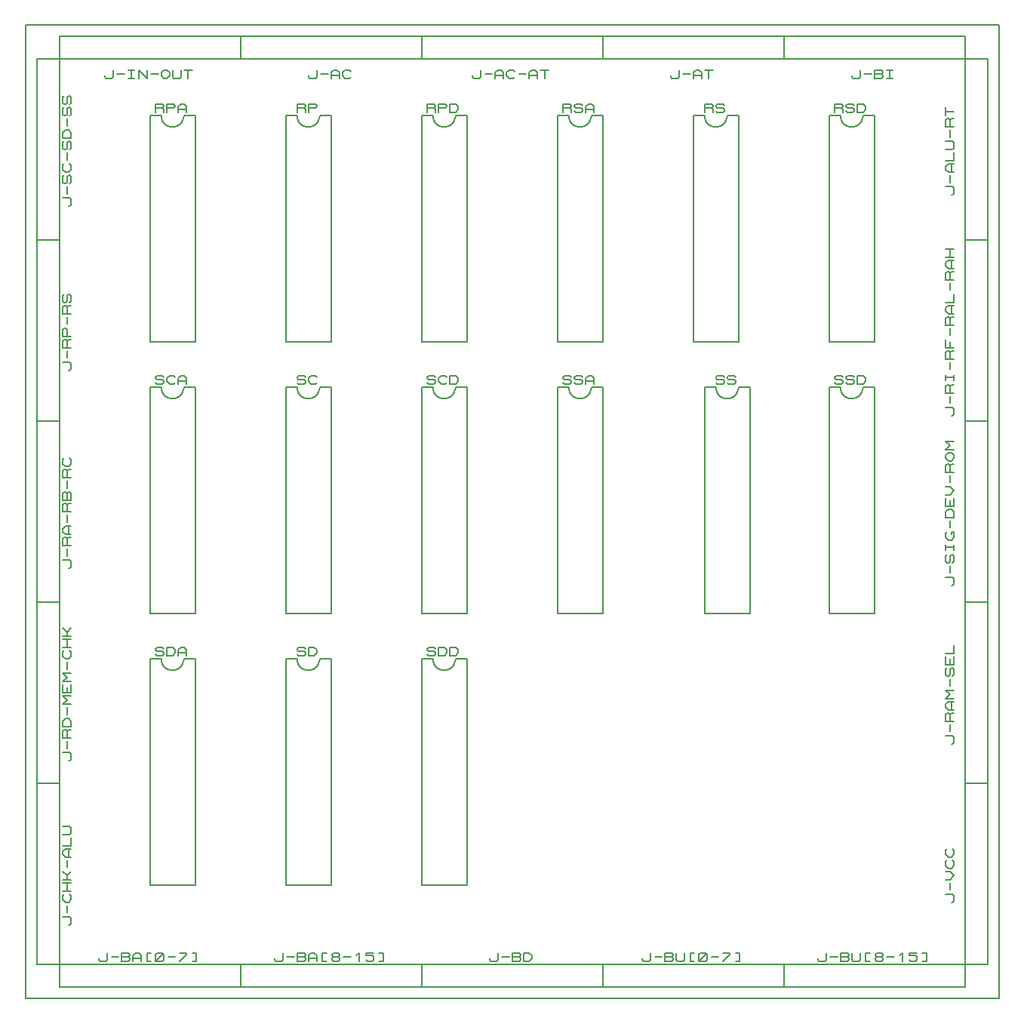
<source format=gbr>
G04 PROTEUS GERBER X2 FILE*
%TF.GenerationSoftware,Labcenter,Proteus,8.13-SP0-Build31525*%
%TF.CreationDate,2022-07-18T16:48:07+00:00*%
%TF.FileFunction,Legend,Top*%
%TF.FilePolarity,Positive*%
%TF.Part,Single*%
%TF.SameCoordinates,{41493df7-e33e-458f-ac9c-d164e56dbbe3}*%
%FSLAX45Y45*%
%MOMM*%
G01*
%TA.AperFunction,Profile*%
%ADD15C,0.203200*%
%TA.AperFunction,Material*%
%ADD16C,0.203200*%
%TD.AperFunction*%
D15*
X-5461000Y-5715000D02*
X+5461000Y-5715000D01*
X+5461000Y+5207000D01*
X-5461000Y+5207000D01*
X-5461000Y-5715000D01*
D16*
X-3048000Y+4826000D02*
X-1016000Y+4826000D01*
X-1016000Y+5080000D01*
X-3048000Y+5080000D01*
X-3048000Y+4826000D01*
X-2286000Y+4643120D02*
X-2286000Y+4627880D01*
X-2270125Y+4612640D01*
X-2206625Y+4612640D01*
X-2190750Y+4627880D01*
X-2190750Y+4704080D01*
X-2143125Y+4658360D02*
X-2063750Y+4658360D01*
X-2032000Y+4612640D02*
X-2032000Y+4673600D01*
X-2000250Y+4704080D01*
X-1968500Y+4704080D01*
X-1936750Y+4673600D01*
X-1936750Y+4612640D01*
X-2032000Y+4643120D02*
X-1936750Y+4643120D01*
X-1809750Y+4627880D02*
X-1825625Y+4612640D01*
X-1873250Y+4612640D01*
X-1905000Y+4643120D01*
X-1905000Y+4673600D01*
X-1873250Y+4704080D01*
X-1825625Y+4704080D01*
X-1809750Y+4688840D01*
X-1016000Y+4826000D02*
X+1016000Y+4826000D01*
X+1016000Y+5080000D01*
X-1016000Y+5080000D01*
X-1016000Y+4826000D01*
X-444500Y+4643120D02*
X-444500Y+4627880D01*
X-428625Y+4612640D01*
X-365125Y+4612640D01*
X-349250Y+4627880D01*
X-349250Y+4704080D01*
X-301625Y+4658360D02*
X-222250Y+4658360D01*
X-190500Y+4612640D02*
X-190500Y+4673600D01*
X-158750Y+4704080D01*
X-127000Y+4704080D01*
X-95250Y+4673600D01*
X-95250Y+4612640D01*
X-190500Y+4643120D02*
X-95250Y+4643120D01*
X+31750Y+4627880D02*
X+15875Y+4612640D01*
X-31750Y+4612640D01*
X-63500Y+4643120D01*
X-63500Y+4673600D01*
X-31750Y+4704080D01*
X+15875Y+4704080D01*
X+31750Y+4688840D01*
X+79375Y+4658360D02*
X+158750Y+4658360D01*
X+190500Y+4612640D02*
X+190500Y+4673600D01*
X+222250Y+4704080D01*
X+254000Y+4704080D01*
X+285750Y+4673600D01*
X+285750Y+4612640D01*
X+190500Y+4643120D02*
X+285750Y+4643120D01*
X+317500Y+4704080D02*
X+412750Y+4704080D01*
X+365125Y+4704080D02*
X+365125Y+4612640D01*
X+1016000Y+4826000D02*
X+3048000Y+4826000D01*
X+3048000Y+5080000D01*
X+1016000Y+5080000D01*
X+1016000Y+4826000D01*
X+1778000Y+4643120D02*
X+1778000Y+4627880D01*
X+1793875Y+4612640D01*
X+1857375Y+4612640D01*
X+1873250Y+4627880D01*
X+1873250Y+4704080D01*
X+1920875Y+4658360D02*
X+2000250Y+4658360D01*
X+2032000Y+4612640D02*
X+2032000Y+4673600D01*
X+2063750Y+4704080D01*
X+2095500Y+4704080D01*
X+2127250Y+4673600D01*
X+2127250Y+4612640D01*
X+2032000Y+4643120D02*
X+2127250Y+4643120D01*
X+2159000Y+4704080D02*
X+2254250Y+4704080D01*
X+2206625Y+4704080D02*
X+2206625Y+4612640D01*
X+3048000Y+4826000D02*
X+5080000Y+4826000D01*
X+5080000Y+5080000D01*
X+3048000Y+5080000D01*
X+3048000Y+4826000D01*
X+3810000Y+4643120D02*
X+3810000Y+4627880D01*
X+3825875Y+4612640D01*
X+3889375Y+4612640D01*
X+3905250Y+4627880D01*
X+3905250Y+4704080D01*
X+3952875Y+4658360D02*
X+4032250Y+4658360D01*
X+4064000Y+4612640D02*
X+4064000Y+4704080D01*
X+4143375Y+4704080D01*
X+4159250Y+4688840D01*
X+4159250Y+4673600D01*
X+4143375Y+4658360D01*
X+4159250Y+4643120D01*
X+4159250Y+4627880D01*
X+4143375Y+4612640D01*
X+4064000Y+4612640D01*
X+4064000Y+4658360D02*
X+4143375Y+4658360D01*
X+4206875Y+4704080D02*
X+4270375Y+4704080D01*
X+4238625Y+4704080D02*
X+4238625Y+4612640D01*
X+4206875Y+4612640D02*
X+4270375Y+4612640D01*
X-5080000Y+4826000D02*
X-3048000Y+4826000D01*
X-3048000Y+5080000D01*
X-5080000Y+5080000D01*
X-5080000Y+4826000D01*
X-4572000Y+4643120D02*
X-4572000Y+4627880D01*
X-4556125Y+4612640D01*
X-4492625Y+4612640D01*
X-4476750Y+4627880D01*
X-4476750Y+4704080D01*
X-4429125Y+4658360D02*
X-4349750Y+4658360D01*
X-4302125Y+4704080D02*
X-4238625Y+4704080D01*
X-4270375Y+4704080D02*
X-4270375Y+4612640D01*
X-4302125Y+4612640D02*
X-4238625Y+4612640D01*
X-4191000Y+4612640D02*
X-4191000Y+4704080D01*
X-4095750Y+4612640D01*
X-4095750Y+4704080D01*
X-4048125Y+4658360D02*
X-3968750Y+4658360D01*
X-3937000Y+4673600D02*
X-3905250Y+4704080D01*
X-3873500Y+4704080D01*
X-3841750Y+4673600D01*
X-3841750Y+4643120D01*
X-3873500Y+4612640D01*
X-3905250Y+4612640D01*
X-3937000Y+4643120D01*
X-3937000Y+4673600D01*
X-3810000Y+4704080D02*
X-3810000Y+4627880D01*
X-3794125Y+4612640D01*
X-3730625Y+4612640D01*
X-3714750Y+4627880D01*
X-3714750Y+4704080D01*
X-3683000Y+4704080D02*
X-3587750Y+4704080D01*
X-3635375Y+4704080D02*
X-3635375Y+4612640D01*
X-5080000Y-5588000D02*
X-3048000Y-5588000D01*
X-3048000Y-5334000D01*
X-5080000Y-5334000D01*
X-5080000Y-5588000D01*
X-4635500Y-5262880D02*
X-4635500Y-5278120D01*
X-4619625Y-5293360D01*
X-4556125Y-5293360D01*
X-4540250Y-5278120D01*
X-4540250Y-5201920D01*
X-4492625Y-5247640D02*
X-4413250Y-5247640D01*
X-4381500Y-5293360D02*
X-4381500Y-5201920D01*
X-4302125Y-5201920D01*
X-4286250Y-5217160D01*
X-4286250Y-5232400D01*
X-4302125Y-5247640D01*
X-4286250Y-5262880D01*
X-4286250Y-5278120D01*
X-4302125Y-5293360D01*
X-4381500Y-5293360D01*
X-4381500Y-5247640D02*
X-4302125Y-5247640D01*
X-4254500Y-5293360D02*
X-4254500Y-5232400D01*
X-4222750Y-5201920D01*
X-4191000Y-5201920D01*
X-4159250Y-5232400D01*
X-4159250Y-5293360D01*
X-4254500Y-5262880D02*
X-4159250Y-5262880D01*
X-4048125Y-5201920D02*
X-4095750Y-5201920D01*
X-4095750Y-5293360D01*
X-4048125Y-5293360D01*
X-4000500Y-5278120D02*
X-4000500Y-5217160D01*
X-3984625Y-5201920D01*
X-3921125Y-5201920D01*
X-3905250Y-5217160D01*
X-3905250Y-5278120D01*
X-3921125Y-5293360D01*
X-3984625Y-5293360D01*
X-4000500Y-5278120D01*
X-4000500Y-5293360D02*
X-3905250Y-5201920D01*
X-3857625Y-5247640D02*
X-3778250Y-5247640D01*
X-3730625Y-5201920D02*
X-3651250Y-5201920D01*
X-3651250Y-5217160D01*
X-3730625Y-5293360D01*
X-3587750Y-5201920D02*
X-3540125Y-5201920D01*
X-3540125Y-5293360D01*
X-3587750Y-5293360D01*
X-3048000Y-5588000D02*
X-1016000Y-5588000D01*
X-1016000Y-5334000D01*
X-3048000Y-5334000D01*
X-3048000Y-5588000D01*
X-2667000Y-5262880D02*
X-2667000Y-5278120D01*
X-2651125Y-5293360D01*
X-2587625Y-5293360D01*
X-2571750Y-5278120D01*
X-2571750Y-5201920D01*
X-2524125Y-5247640D02*
X-2444750Y-5247640D01*
X-2413000Y-5293360D02*
X-2413000Y-5201920D01*
X-2333625Y-5201920D01*
X-2317750Y-5217160D01*
X-2317750Y-5232400D01*
X-2333625Y-5247640D01*
X-2317750Y-5262880D01*
X-2317750Y-5278120D01*
X-2333625Y-5293360D01*
X-2413000Y-5293360D01*
X-2413000Y-5247640D02*
X-2333625Y-5247640D01*
X-2286000Y-5293360D02*
X-2286000Y-5232400D01*
X-2254250Y-5201920D01*
X-2222500Y-5201920D01*
X-2190750Y-5232400D01*
X-2190750Y-5293360D01*
X-2286000Y-5262880D02*
X-2190750Y-5262880D01*
X-2079625Y-5201920D02*
X-2127250Y-5201920D01*
X-2127250Y-5293360D01*
X-2079625Y-5293360D01*
X-2000250Y-5247640D02*
X-2016125Y-5232400D01*
X-2016125Y-5217160D01*
X-2000250Y-5201920D01*
X-1952625Y-5201920D01*
X-1936750Y-5217160D01*
X-1936750Y-5232400D01*
X-1952625Y-5247640D01*
X-2000250Y-5247640D01*
X-2016125Y-5262880D01*
X-2016125Y-5278120D01*
X-2000250Y-5293360D01*
X-1952625Y-5293360D01*
X-1936750Y-5278120D01*
X-1936750Y-5262880D01*
X-1952625Y-5247640D01*
X-1889125Y-5247640D02*
X-1809750Y-5247640D01*
X-1746250Y-5232400D02*
X-1714500Y-5201920D01*
X-1714500Y-5293360D01*
X-1555750Y-5201920D02*
X-1635125Y-5201920D01*
X-1635125Y-5232400D01*
X-1571625Y-5232400D01*
X-1555750Y-5247640D01*
X-1555750Y-5278120D01*
X-1571625Y-5293360D01*
X-1619250Y-5293360D01*
X-1635125Y-5278120D01*
X-1492250Y-5201920D02*
X-1444625Y-5201920D01*
X-1444625Y-5293360D01*
X-1492250Y-5293360D01*
X-1016000Y-5588000D02*
X+1016000Y-5588000D01*
X+1016000Y-5334000D01*
X-1016000Y-5334000D01*
X-1016000Y-5588000D01*
X-254000Y-5262880D02*
X-254000Y-5278120D01*
X-238125Y-5293360D01*
X-174625Y-5293360D01*
X-158750Y-5278120D01*
X-158750Y-5201920D01*
X-111125Y-5247640D02*
X-31750Y-5247640D01*
X+0Y-5293360D02*
X+0Y-5201920D01*
X+79375Y-5201920D01*
X+95250Y-5217160D01*
X+95250Y-5232400D01*
X+79375Y-5247640D01*
X+95250Y-5262880D01*
X+95250Y-5278120D01*
X+79375Y-5293360D01*
X+0Y-5293360D01*
X+0Y-5247640D02*
X+79375Y-5247640D01*
X+127000Y-5293360D02*
X+127000Y-5201920D01*
X+190500Y-5201920D01*
X+222250Y-5232400D01*
X+222250Y-5262880D01*
X+190500Y-5293360D01*
X+127000Y-5293360D01*
X+1016000Y-5588000D02*
X+3048000Y-5588000D01*
X+3048000Y-5334000D01*
X+1016000Y-5334000D01*
X+1016000Y-5588000D01*
X+1460500Y-5262880D02*
X+1460500Y-5278120D01*
X+1476375Y-5293360D01*
X+1539875Y-5293360D01*
X+1555750Y-5278120D01*
X+1555750Y-5201920D01*
X+1603375Y-5247640D02*
X+1682750Y-5247640D01*
X+1714500Y-5293360D02*
X+1714500Y-5201920D01*
X+1793875Y-5201920D01*
X+1809750Y-5217160D01*
X+1809750Y-5232400D01*
X+1793875Y-5247640D01*
X+1809750Y-5262880D01*
X+1809750Y-5278120D01*
X+1793875Y-5293360D01*
X+1714500Y-5293360D01*
X+1714500Y-5247640D02*
X+1793875Y-5247640D01*
X+1841500Y-5201920D02*
X+1841500Y-5278120D01*
X+1857375Y-5293360D01*
X+1920875Y-5293360D01*
X+1936750Y-5278120D01*
X+1936750Y-5201920D01*
X+2047875Y-5201920D02*
X+2000250Y-5201920D01*
X+2000250Y-5293360D01*
X+2047875Y-5293360D01*
X+2095500Y-5278120D02*
X+2095500Y-5217160D01*
X+2111375Y-5201920D01*
X+2174875Y-5201920D01*
X+2190750Y-5217160D01*
X+2190750Y-5278120D01*
X+2174875Y-5293360D01*
X+2111375Y-5293360D01*
X+2095500Y-5278120D01*
X+2095500Y-5293360D02*
X+2190750Y-5201920D01*
X+2238375Y-5247640D02*
X+2317750Y-5247640D01*
X+2365375Y-5201920D02*
X+2444750Y-5201920D01*
X+2444750Y-5217160D01*
X+2365375Y-5293360D01*
X+2508250Y-5201920D02*
X+2555875Y-5201920D01*
X+2555875Y-5293360D01*
X+2508250Y-5293360D01*
X+3048000Y-5588000D02*
X+5080000Y-5588000D01*
X+5080000Y-5334000D01*
X+3048000Y-5334000D01*
X+3048000Y-5588000D01*
X+3429000Y-5262880D02*
X+3429000Y-5278120D01*
X+3444875Y-5293360D01*
X+3508375Y-5293360D01*
X+3524250Y-5278120D01*
X+3524250Y-5201920D01*
X+3571875Y-5247640D02*
X+3651250Y-5247640D01*
X+3683000Y-5293360D02*
X+3683000Y-5201920D01*
X+3762375Y-5201920D01*
X+3778250Y-5217160D01*
X+3778250Y-5232400D01*
X+3762375Y-5247640D01*
X+3778250Y-5262880D01*
X+3778250Y-5278120D01*
X+3762375Y-5293360D01*
X+3683000Y-5293360D01*
X+3683000Y-5247640D02*
X+3762375Y-5247640D01*
X+3810000Y-5201920D02*
X+3810000Y-5278120D01*
X+3825875Y-5293360D01*
X+3889375Y-5293360D01*
X+3905250Y-5278120D01*
X+3905250Y-5201920D01*
X+4016375Y-5201920D02*
X+3968750Y-5201920D01*
X+3968750Y-5293360D01*
X+4016375Y-5293360D01*
X+4095750Y-5247640D02*
X+4079875Y-5232400D01*
X+4079875Y-5217160D01*
X+4095750Y-5201920D01*
X+4143375Y-5201920D01*
X+4159250Y-5217160D01*
X+4159250Y-5232400D01*
X+4143375Y-5247640D01*
X+4095750Y-5247640D01*
X+4079875Y-5262880D01*
X+4079875Y-5278120D01*
X+4095750Y-5293360D01*
X+4143375Y-5293360D01*
X+4159250Y-5278120D01*
X+4159250Y-5262880D01*
X+4143375Y-5247640D01*
X+4206875Y-5247640D02*
X+4286250Y-5247640D01*
X+4349750Y-5232400D02*
X+4381500Y-5201920D01*
X+4381500Y-5293360D01*
X+4540250Y-5201920D02*
X+4460875Y-5201920D01*
X+4460875Y-5232400D01*
X+4524375Y-5232400D01*
X+4540250Y-5247640D01*
X+4540250Y-5278120D01*
X+4524375Y-5293360D01*
X+4476750Y-5293360D01*
X+4460875Y-5278120D01*
X+4603750Y-5201920D02*
X+4651375Y-5201920D01*
X+4651375Y-5293360D01*
X+4603750Y-5293360D01*
X-5334000Y+2794000D02*
X-5080000Y+2794000D01*
X-5080000Y+4826000D01*
X-5334000Y+4826000D01*
X-5334000Y+2794000D01*
X-4978400Y+3175000D02*
X-4963160Y+3175000D01*
X-4947920Y+3190875D01*
X-4947920Y+3254375D01*
X-4963160Y+3270250D01*
X-5039360Y+3270250D01*
X-4993640Y+3317875D02*
X-4993640Y+3397250D01*
X-4963160Y+3429000D02*
X-4947920Y+3444875D01*
X-4947920Y+3508375D01*
X-4963160Y+3524250D01*
X-4978400Y+3524250D01*
X-4993640Y+3508375D01*
X-4993640Y+3444875D01*
X-5008880Y+3429000D01*
X-5024120Y+3429000D01*
X-5039360Y+3444875D01*
X-5039360Y+3508375D01*
X-5024120Y+3524250D01*
X-4963160Y+3651250D02*
X-4947920Y+3635375D01*
X-4947920Y+3587750D01*
X-4978400Y+3556000D01*
X-5008880Y+3556000D01*
X-5039360Y+3587750D01*
X-5039360Y+3635375D01*
X-5024120Y+3651250D01*
X-4993640Y+3698875D02*
X-4993640Y+3778250D01*
X-4963160Y+3810000D02*
X-4947920Y+3825875D01*
X-4947920Y+3889375D01*
X-4963160Y+3905250D01*
X-4978400Y+3905250D01*
X-4993640Y+3889375D01*
X-4993640Y+3825875D01*
X-5008880Y+3810000D01*
X-5024120Y+3810000D01*
X-5039360Y+3825875D01*
X-5039360Y+3889375D01*
X-5024120Y+3905250D01*
X-4947920Y+3937000D02*
X-5039360Y+3937000D01*
X-5039360Y+4000500D01*
X-5008880Y+4032250D01*
X-4978400Y+4032250D01*
X-4947920Y+4000500D01*
X-4947920Y+3937000D01*
X-4993640Y+4079875D02*
X-4993640Y+4159250D01*
X-4963160Y+4191000D02*
X-4947920Y+4206875D01*
X-4947920Y+4270375D01*
X-4963160Y+4286250D01*
X-4978400Y+4286250D01*
X-4993640Y+4270375D01*
X-4993640Y+4206875D01*
X-5008880Y+4191000D01*
X-5024120Y+4191000D01*
X-5039360Y+4206875D01*
X-5039360Y+4270375D01*
X-5024120Y+4286250D01*
X-4963160Y+4318000D02*
X-4947920Y+4333875D01*
X-4947920Y+4397375D01*
X-4963160Y+4413250D01*
X-4978400Y+4413250D01*
X-4993640Y+4397375D01*
X-4993640Y+4333875D01*
X-5008880Y+4318000D01*
X-5024120Y+4318000D01*
X-5039360Y+4333875D01*
X-5039360Y+4397375D01*
X-5024120Y+4413250D01*
X-5334000Y+762000D02*
X-5080000Y+762000D01*
X-5080000Y+2794000D01*
X-5334000Y+2794000D01*
X-5334000Y+762000D01*
X-4978400Y+1333500D02*
X-4963160Y+1333500D01*
X-4947920Y+1349375D01*
X-4947920Y+1412875D01*
X-4963160Y+1428750D01*
X-5039360Y+1428750D01*
X-4993640Y+1476375D02*
X-4993640Y+1555750D01*
X-4947920Y+1587500D02*
X-5039360Y+1587500D01*
X-5039360Y+1666875D01*
X-5024120Y+1682750D01*
X-5008880Y+1682750D01*
X-4993640Y+1666875D01*
X-4993640Y+1587500D01*
X-4993640Y+1666875D02*
X-4978400Y+1682750D01*
X-4947920Y+1682750D01*
X-4947920Y+1714500D02*
X-5039360Y+1714500D01*
X-5039360Y+1793875D01*
X-5024120Y+1809750D01*
X-5008880Y+1809750D01*
X-4993640Y+1793875D01*
X-4993640Y+1714500D01*
X-4993640Y+1857375D02*
X-4993640Y+1936750D01*
X-4947920Y+1968500D02*
X-5039360Y+1968500D01*
X-5039360Y+2047875D01*
X-5024120Y+2063750D01*
X-5008880Y+2063750D01*
X-4993640Y+2047875D01*
X-4993640Y+1968500D01*
X-4993640Y+2047875D02*
X-4978400Y+2063750D01*
X-4947920Y+2063750D01*
X-4963160Y+2095500D02*
X-4947920Y+2111375D01*
X-4947920Y+2174875D01*
X-4963160Y+2190750D01*
X-4978400Y+2190750D01*
X-4993640Y+2174875D01*
X-4993640Y+2111375D01*
X-5008880Y+2095500D01*
X-5024120Y+2095500D01*
X-5039360Y+2111375D01*
X-5039360Y+2174875D01*
X-5024120Y+2190750D01*
X-5334000Y-1270000D02*
X-5080000Y-1270000D01*
X-5080000Y+762000D01*
X-5334000Y+762000D01*
X-5334000Y-1270000D01*
X-4978400Y-889000D02*
X-4963160Y-889000D01*
X-4947920Y-873125D01*
X-4947920Y-809625D01*
X-4963160Y-793750D01*
X-5039360Y-793750D01*
X-4993640Y-746125D02*
X-4993640Y-666750D01*
X-4947920Y-635000D02*
X-5039360Y-635000D01*
X-5039360Y-555625D01*
X-5024120Y-539750D01*
X-5008880Y-539750D01*
X-4993640Y-555625D01*
X-4993640Y-635000D01*
X-4993640Y-555625D02*
X-4978400Y-539750D01*
X-4947920Y-539750D01*
X-4947920Y-508000D02*
X-5008880Y-508000D01*
X-5039360Y-476250D01*
X-5039360Y-444500D01*
X-5008880Y-412750D01*
X-4947920Y-412750D01*
X-4978400Y-508000D02*
X-4978400Y-412750D01*
X-4993640Y-365125D02*
X-4993640Y-285750D01*
X-4947920Y-254000D02*
X-5039360Y-254000D01*
X-5039360Y-174625D01*
X-5024120Y-158750D01*
X-5008880Y-158750D01*
X-4993640Y-174625D01*
X-4993640Y-254000D01*
X-4993640Y-174625D02*
X-4978400Y-158750D01*
X-4947920Y-158750D01*
X-4947920Y-127000D02*
X-5039360Y-127000D01*
X-5039360Y-47625D01*
X-5024120Y-31750D01*
X-5008880Y-31750D01*
X-4993640Y-47625D01*
X-4978400Y-31750D01*
X-4963160Y-31750D01*
X-4947920Y-47625D01*
X-4947920Y-127000D01*
X-4993640Y-127000D02*
X-4993640Y-47625D01*
X-4993640Y+15875D02*
X-4993640Y+95250D01*
X-4947920Y+127000D02*
X-5039360Y+127000D01*
X-5039360Y+206375D01*
X-5024120Y+222250D01*
X-5008880Y+222250D01*
X-4993640Y+206375D01*
X-4993640Y+127000D01*
X-4993640Y+206375D02*
X-4978400Y+222250D01*
X-4947920Y+222250D01*
X-4963160Y+349250D02*
X-4947920Y+333375D01*
X-4947920Y+285750D01*
X-4978400Y+254000D01*
X-5008880Y+254000D01*
X-5039360Y+285750D01*
X-5039360Y+333375D01*
X-5024120Y+349250D01*
X-5334000Y-3302000D02*
X-5080000Y-3302000D01*
X-5080000Y-1270000D01*
X-5334000Y-1270000D01*
X-5334000Y-3302000D01*
X-4978400Y-3048000D02*
X-4963160Y-3048000D01*
X-4947920Y-3032125D01*
X-4947920Y-2968625D01*
X-4963160Y-2952750D01*
X-5039360Y-2952750D01*
X-4993640Y-2905125D02*
X-4993640Y-2825750D01*
X-4947920Y-2794000D02*
X-5039360Y-2794000D01*
X-5039360Y-2714625D01*
X-5024120Y-2698750D01*
X-5008880Y-2698750D01*
X-4993640Y-2714625D01*
X-4993640Y-2794000D01*
X-4993640Y-2714625D02*
X-4978400Y-2698750D01*
X-4947920Y-2698750D01*
X-4947920Y-2667000D02*
X-5039360Y-2667000D01*
X-5039360Y-2603500D01*
X-5008880Y-2571750D01*
X-4978400Y-2571750D01*
X-4947920Y-2603500D01*
X-4947920Y-2667000D01*
X-4993640Y-2524125D02*
X-4993640Y-2444750D01*
X-4947920Y-2413000D02*
X-5039360Y-2413000D01*
X-4993640Y-2365375D01*
X-5039360Y-2317750D01*
X-4947920Y-2317750D01*
X-4947920Y-2190750D02*
X-4947920Y-2286000D01*
X-5039360Y-2286000D01*
X-5039360Y-2190750D01*
X-4993640Y-2286000D02*
X-4993640Y-2222500D01*
X-4947920Y-2159000D02*
X-5039360Y-2159000D01*
X-4993640Y-2111375D01*
X-5039360Y-2063750D01*
X-4947920Y-2063750D01*
X-4993640Y-2016125D02*
X-4993640Y-1936750D01*
X-4963160Y-1809750D02*
X-4947920Y-1825625D01*
X-4947920Y-1873250D01*
X-4978400Y-1905000D01*
X-5008880Y-1905000D01*
X-5039360Y-1873250D01*
X-5039360Y-1825625D01*
X-5024120Y-1809750D01*
X-4947920Y-1778000D02*
X-5039360Y-1778000D01*
X-5039360Y-1682750D02*
X-4947920Y-1682750D01*
X-4993640Y-1778000D02*
X-4993640Y-1682750D01*
X-5039360Y-1651000D02*
X-4947920Y-1651000D01*
X-5039360Y-1555750D02*
X-4993640Y-1603375D01*
X-4947920Y-1555750D01*
X-4993640Y-1651000D02*
X-4993640Y-1603375D01*
X-5334000Y-5334000D02*
X-5080000Y-5334000D01*
X-5080000Y-3302000D01*
X-5334000Y-3302000D01*
X-5334000Y-5334000D01*
X-4978400Y-4889500D02*
X-4963160Y-4889500D01*
X-4947920Y-4873625D01*
X-4947920Y-4810125D01*
X-4963160Y-4794250D01*
X-5039360Y-4794250D01*
X-4993640Y-4746625D02*
X-4993640Y-4667250D01*
X-4963160Y-4540250D02*
X-4947920Y-4556125D01*
X-4947920Y-4603750D01*
X-4978400Y-4635500D01*
X-5008880Y-4635500D01*
X-5039360Y-4603750D01*
X-5039360Y-4556125D01*
X-5024120Y-4540250D01*
X-4947920Y-4508500D02*
X-5039360Y-4508500D01*
X-5039360Y-4413250D02*
X-4947920Y-4413250D01*
X-4993640Y-4508500D02*
X-4993640Y-4413250D01*
X-5039360Y-4381500D02*
X-4947920Y-4381500D01*
X-5039360Y-4286250D02*
X-4993640Y-4333875D01*
X-4947920Y-4286250D01*
X-4993640Y-4381500D02*
X-4993640Y-4333875D01*
X-4993640Y-4238625D02*
X-4993640Y-4159250D01*
X-4947920Y-4127500D02*
X-5008880Y-4127500D01*
X-5039360Y-4095750D01*
X-5039360Y-4064000D01*
X-5008880Y-4032250D01*
X-4947920Y-4032250D01*
X-4978400Y-4127500D02*
X-4978400Y-4032250D01*
X-5039360Y-4000500D02*
X-4947920Y-4000500D01*
X-4947920Y-3905250D01*
X-5039360Y-3873500D02*
X-4963160Y-3873500D01*
X-4947920Y-3857625D01*
X-4947920Y-3794125D01*
X-4963160Y-3778250D01*
X-5039360Y-3778250D01*
X+5080000Y+2794000D02*
X+5334000Y+2794000D01*
X+5334000Y+4826000D01*
X+5080000Y+4826000D01*
X+5080000Y+2794000D01*
X+4927600Y+3302000D02*
X+4942840Y+3302000D01*
X+4958080Y+3317875D01*
X+4958080Y+3381375D01*
X+4942840Y+3397250D01*
X+4866640Y+3397250D01*
X+4912360Y+3444875D02*
X+4912360Y+3524250D01*
X+4958080Y+3556000D02*
X+4897120Y+3556000D01*
X+4866640Y+3587750D01*
X+4866640Y+3619500D01*
X+4897120Y+3651250D01*
X+4958080Y+3651250D01*
X+4927600Y+3556000D02*
X+4927600Y+3651250D01*
X+4866640Y+3683000D02*
X+4958080Y+3683000D01*
X+4958080Y+3778250D01*
X+4866640Y+3810000D02*
X+4942840Y+3810000D01*
X+4958080Y+3825875D01*
X+4958080Y+3889375D01*
X+4942840Y+3905250D01*
X+4866640Y+3905250D01*
X+4912360Y+3952875D02*
X+4912360Y+4032250D01*
X+4958080Y+4064000D02*
X+4866640Y+4064000D01*
X+4866640Y+4143375D01*
X+4881880Y+4159250D01*
X+4897120Y+4159250D01*
X+4912360Y+4143375D01*
X+4912360Y+4064000D01*
X+4912360Y+4143375D02*
X+4927600Y+4159250D01*
X+4958080Y+4159250D01*
X+4866640Y+4191000D02*
X+4866640Y+4286250D01*
X+4866640Y+4238625D02*
X+4958080Y+4238625D01*
X+5080000Y+762000D02*
X+5334000Y+762000D01*
X+5334000Y+2794000D01*
X+5080000Y+2794000D01*
X+5080000Y+762000D01*
X+4927600Y+825500D02*
X+4942840Y+825500D01*
X+4958080Y+841375D01*
X+4958080Y+904875D01*
X+4942840Y+920750D01*
X+4866640Y+920750D01*
X+4912360Y+968375D02*
X+4912360Y+1047750D01*
X+4958080Y+1079500D02*
X+4866640Y+1079500D01*
X+4866640Y+1158875D01*
X+4881880Y+1174750D01*
X+4897120Y+1174750D01*
X+4912360Y+1158875D01*
X+4912360Y+1079500D01*
X+4912360Y+1158875D02*
X+4927600Y+1174750D01*
X+4958080Y+1174750D01*
X+4866640Y+1222375D02*
X+4866640Y+1285875D01*
X+4866640Y+1254125D02*
X+4958080Y+1254125D01*
X+4958080Y+1222375D02*
X+4958080Y+1285875D01*
X+4912360Y+1349375D02*
X+4912360Y+1428750D01*
X+4958080Y+1460500D02*
X+4866640Y+1460500D01*
X+4866640Y+1539875D01*
X+4881880Y+1555750D01*
X+4897120Y+1555750D01*
X+4912360Y+1539875D01*
X+4912360Y+1460500D01*
X+4912360Y+1539875D02*
X+4927600Y+1555750D01*
X+4958080Y+1555750D01*
X+4958080Y+1587500D02*
X+4866640Y+1587500D01*
X+4866640Y+1682750D01*
X+4912360Y+1587500D02*
X+4912360Y+1651000D01*
X+4912360Y+1730375D02*
X+4912360Y+1809750D01*
X+4958080Y+1841500D02*
X+4866640Y+1841500D01*
X+4866640Y+1920875D01*
X+4881880Y+1936750D01*
X+4897120Y+1936750D01*
X+4912360Y+1920875D01*
X+4912360Y+1841500D01*
X+4912360Y+1920875D02*
X+4927600Y+1936750D01*
X+4958080Y+1936750D01*
X+4958080Y+1968500D02*
X+4897120Y+1968500D01*
X+4866640Y+2000250D01*
X+4866640Y+2032000D01*
X+4897120Y+2063750D01*
X+4958080Y+2063750D01*
X+4927600Y+1968500D02*
X+4927600Y+2063750D01*
X+4866640Y+2095500D02*
X+4958080Y+2095500D01*
X+4958080Y+2190750D01*
X+4912360Y+2238375D02*
X+4912360Y+2317750D01*
X+4958080Y+2349500D02*
X+4866640Y+2349500D01*
X+4866640Y+2428875D01*
X+4881880Y+2444750D01*
X+4897120Y+2444750D01*
X+4912360Y+2428875D01*
X+4912360Y+2349500D01*
X+4912360Y+2428875D02*
X+4927600Y+2444750D01*
X+4958080Y+2444750D01*
X+4958080Y+2476500D02*
X+4897120Y+2476500D01*
X+4866640Y+2508250D01*
X+4866640Y+2540000D01*
X+4897120Y+2571750D01*
X+4958080Y+2571750D01*
X+4927600Y+2476500D02*
X+4927600Y+2571750D01*
X+4958080Y+2603500D02*
X+4866640Y+2603500D01*
X+4866640Y+2698750D02*
X+4958080Y+2698750D01*
X+4912360Y+2603500D02*
X+4912360Y+2698750D01*
X+5080000Y-1270000D02*
X+5334000Y-1270000D01*
X+5334000Y+762000D01*
X+5080000Y+762000D01*
X+5080000Y-1270000D01*
X+4927600Y-1079500D02*
X+4942840Y-1079500D01*
X+4958080Y-1063625D01*
X+4958080Y-1000125D01*
X+4942840Y-984250D01*
X+4866640Y-984250D01*
X+4912360Y-936625D02*
X+4912360Y-857250D01*
X+4942840Y-825500D02*
X+4958080Y-809625D01*
X+4958080Y-746125D01*
X+4942840Y-730250D01*
X+4927600Y-730250D01*
X+4912360Y-746125D01*
X+4912360Y-809625D01*
X+4897120Y-825500D01*
X+4881880Y-825500D01*
X+4866640Y-809625D01*
X+4866640Y-746125D01*
X+4881880Y-730250D01*
X+4866640Y-682625D02*
X+4866640Y-619125D01*
X+4866640Y-650875D02*
X+4958080Y-650875D01*
X+4958080Y-682625D02*
X+4958080Y-619125D01*
X+4927600Y-508000D02*
X+4927600Y-476250D01*
X+4958080Y-476250D01*
X+4958080Y-539750D01*
X+4927600Y-571500D01*
X+4897120Y-571500D01*
X+4866640Y-539750D01*
X+4866640Y-492125D01*
X+4881880Y-476250D01*
X+4912360Y-428625D02*
X+4912360Y-349250D01*
X+4958080Y-317500D02*
X+4866640Y-317500D01*
X+4866640Y-254000D01*
X+4897120Y-222250D01*
X+4927600Y-222250D01*
X+4958080Y-254000D01*
X+4958080Y-317500D01*
X+4958080Y-95250D02*
X+4958080Y-190500D01*
X+4866640Y-190500D01*
X+4866640Y-95250D01*
X+4912360Y-190500D02*
X+4912360Y-127000D01*
X+4866640Y-63500D02*
X+4912360Y-63500D01*
X+4958080Y-15875D01*
X+4912360Y+31750D01*
X+4866640Y+31750D01*
X+4912360Y+79375D02*
X+4912360Y+158750D01*
X+4958080Y+190500D02*
X+4866640Y+190500D01*
X+4866640Y+269875D01*
X+4881880Y+285750D01*
X+4897120Y+285750D01*
X+4912360Y+269875D01*
X+4912360Y+190500D01*
X+4912360Y+269875D02*
X+4927600Y+285750D01*
X+4958080Y+285750D01*
X+4897120Y+317500D02*
X+4866640Y+349250D01*
X+4866640Y+381000D01*
X+4897120Y+412750D01*
X+4927600Y+412750D01*
X+4958080Y+381000D01*
X+4958080Y+349250D01*
X+4927600Y+317500D01*
X+4897120Y+317500D01*
X+4958080Y+444500D02*
X+4866640Y+444500D01*
X+4912360Y+492125D01*
X+4866640Y+539750D01*
X+4958080Y+539750D01*
X+5080000Y-3302000D02*
X+5334000Y-3302000D01*
X+5334000Y-1270000D01*
X+5080000Y-1270000D01*
X+5080000Y-3302000D01*
X+4927600Y-2857500D02*
X+4942840Y-2857500D01*
X+4958080Y-2841625D01*
X+4958080Y-2778125D01*
X+4942840Y-2762250D01*
X+4866640Y-2762250D01*
X+4912360Y-2714625D02*
X+4912360Y-2635250D01*
X+4958080Y-2603500D02*
X+4866640Y-2603500D01*
X+4866640Y-2524125D01*
X+4881880Y-2508250D01*
X+4897120Y-2508250D01*
X+4912360Y-2524125D01*
X+4912360Y-2603500D01*
X+4912360Y-2524125D02*
X+4927600Y-2508250D01*
X+4958080Y-2508250D01*
X+4958080Y-2476500D02*
X+4897120Y-2476500D01*
X+4866640Y-2444750D01*
X+4866640Y-2413000D01*
X+4897120Y-2381250D01*
X+4958080Y-2381250D01*
X+4927600Y-2476500D02*
X+4927600Y-2381250D01*
X+4958080Y-2349500D02*
X+4866640Y-2349500D01*
X+4912360Y-2301875D01*
X+4866640Y-2254250D01*
X+4958080Y-2254250D01*
X+4912360Y-2206625D02*
X+4912360Y-2127250D01*
X+4942840Y-2095500D02*
X+4958080Y-2079625D01*
X+4958080Y-2016125D01*
X+4942840Y-2000250D01*
X+4927600Y-2000250D01*
X+4912360Y-2016125D01*
X+4912360Y-2079625D01*
X+4897120Y-2095500D01*
X+4881880Y-2095500D01*
X+4866640Y-2079625D01*
X+4866640Y-2016125D01*
X+4881880Y-2000250D01*
X+4958080Y-1873250D02*
X+4958080Y-1968500D01*
X+4866640Y-1968500D01*
X+4866640Y-1873250D01*
X+4912360Y-1968500D02*
X+4912360Y-1905000D01*
X+4866640Y-1841500D02*
X+4958080Y-1841500D01*
X+4958080Y-1746250D01*
X+5080000Y-5334000D02*
X+5334000Y-5334000D01*
X+5334000Y-3302000D01*
X+5080000Y-3302000D01*
X+5080000Y-5334000D01*
X+4927600Y-4635500D02*
X+4942840Y-4635500D01*
X+4958080Y-4619625D01*
X+4958080Y-4556125D01*
X+4942840Y-4540250D01*
X+4866640Y-4540250D01*
X+4912360Y-4492625D02*
X+4912360Y-4413250D01*
X+4866640Y-4381500D02*
X+4912360Y-4381500D01*
X+4958080Y-4333875D01*
X+4912360Y-4286250D01*
X+4866640Y-4286250D01*
X+4942840Y-4159250D02*
X+4958080Y-4175125D01*
X+4958080Y-4222750D01*
X+4927600Y-4254500D01*
X+4897120Y-4254500D01*
X+4866640Y-4222750D01*
X+4866640Y-4175125D01*
X+4881880Y-4159250D01*
X+4942840Y-4032250D02*
X+4958080Y-4048125D01*
X+4958080Y-4095750D01*
X+4927600Y-4127500D01*
X+4897120Y-4127500D01*
X+4866640Y-4095750D01*
X+4866640Y-4048125D01*
X+4881880Y-4032250D01*
X-2540000Y+4191000D02*
X-2413000Y+4191000D01*
X-2286000Y+4064000D02*
X-2260124Y+4066436D01*
X-2236152Y+4073485D01*
X-2214562Y+4084762D01*
X-2195830Y+4099878D01*
X-2180431Y+4118446D01*
X-2168842Y+4140081D01*
X-2161540Y+4164394D01*
X-2159000Y+4191000D01*
X-2286000Y+4064000D02*
X-2312606Y+4066436D01*
X-2336919Y+4073485D01*
X-2358554Y+4084762D01*
X-2377122Y+4099878D01*
X-2392238Y+4118446D01*
X-2403515Y+4140081D01*
X-2410564Y+4164394D01*
X-2413000Y+4191000D01*
X-2159000Y+4191000D02*
X-2032000Y+4191000D01*
X-2540000Y+1651000D02*
X-2032000Y+1651000D01*
X-2540000Y+4191000D02*
X-2540000Y+1651000D01*
X-2032000Y+4191000D02*
X-2032000Y+1651000D01*
X-2413000Y+4231640D02*
X-2413000Y+4323080D01*
X-2333625Y+4323080D01*
X-2317750Y+4307840D01*
X-2317750Y+4292600D01*
X-2333625Y+4277360D01*
X-2413000Y+4277360D01*
X-2333625Y+4277360D02*
X-2317750Y+4262120D01*
X-2317750Y+4231640D01*
X-2286000Y+4231640D02*
X-2286000Y+4323080D01*
X-2206625Y+4323080D01*
X-2190750Y+4307840D01*
X-2190750Y+4292600D01*
X-2206625Y+4277360D01*
X-2286000Y+4277360D01*
X-4064000Y+4191000D02*
X-3937000Y+4191000D01*
X-3810000Y+4064000D02*
X-3784124Y+4066436D01*
X-3760152Y+4073485D01*
X-3738562Y+4084762D01*
X-3719830Y+4099878D01*
X-3704431Y+4118446D01*
X-3692842Y+4140081D01*
X-3685540Y+4164394D01*
X-3683000Y+4191000D01*
X-3810000Y+4064000D02*
X-3836606Y+4066436D01*
X-3860919Y+4073485D01*
X-3882554Y+4084762D01*
X-3901122Y+4099878D01*
X-3916238Y+4118446D01*
X-3927515Y+4140081D01*
X-3934564Y+4164394D01*
X-3937000Y+4191000D01*
X-3683000Y+4191000D02*
X-3556000Y+4191000D01*
X-4064000Y+1651000D02*
X-3556000Y+1651000D01*
X-4064000Y+4191000D02*
X-4064000Y+1651000D01*
X-3556000Y+4191000D02*
X-3556000Y+1651000D01*
X-4000500Y+4231640D02*
X-4000500Y+4323080D01*
X-3921125Y+4323080D01*
X-3905250Y+4307840D01*
X-3905250Y+4292600D01*
X-3921125Y+4277360D01*
X-4000500Y+4277360D01*
X-3921125Y+4277360D02*
X-3905250Y+4262120D01*
X-3905250Y+4231640D01*
X-3873500Y+4231640D02*
X-3873500Y+4323080D01*
X-3794125Y+4323080D01*
X-3778250Y+4307840D01*
X-3778250Y+4292600D01*
X-3794125Y+4277360D01*
X-3873500Y+4277360D01*
X-3746500Y+4231640D02*
X-3746500Y+4292600D01*
X-3714750Y+4323080D01*
X-3683000Y+4323080D01*
X-3651250Y+4292600D01*
X-3651250Y+4231640D01*
X-3746500Y+4262120D02*
X-3651250Y+4262120D01*
X-1016000Y+4191000D02*
X-889000Y+4191000D01*
X-762000Y+4064000D02*
X-736124Y+4066436D01*
X-712152Y+4073485D01*
X-690562Y+4084762D01*
X-671830Y+4099878D01*
X-656431Y+4118446D01*
X-644842Y+4140081D01*
X-637540Y+4164394D01*
X-635000Y+4191000D01*
X-762000Y+4064000D02*
X-788606Y+4066436D01*
X-812919Y+4073485D01*
X-834554Y+4084762D01*
X-853122Y+4099878D01*
X-868238Y+4118446D01*
X-879515Y+4140081D01*
X-886564Y+4164394D01*
X-889000Y+4191000D01*
X-635000Y+4191000D02*
X-508000Y+4191000D01*
X-1016000Y+1651000D02*
X-508000Y+1651000D01*
X-1016000Y+4191000D02*
X-1016000Y+1651000D01*
X-508000Y+4191000D02*
X-508000Y+1651000D01*
X-952500Y+4231640D02*
X-952500Y+4323080D01*
X-873125Y+4323080D01*
X-857250Y+4307840D01*
X-857250Y+4292600D01*
X-873125Y+4277360D01*
X-952500Y+4277360D01*
X-873125Y+4277360D02*
X-857250Y+4262120D01*
X-857250Y+4231640D01*
X-825500Y+4231640D02*
X-825500Y+4323080D01*
X-746125Y+4323080D01*
X-730250Y+4307840D01*
X-730250Y+4292600D01*
X-746125Y+4277360D01*
X-825500Y+4277360D01*
X-698500Y+4231640D02*
X-698500Y+4323080D01*
X-635000Y+4323080D01*
X-603250Y+4292600D01*
X-603250Y+4262120D01*
X-635000Y+4231640D01*
X-698500Y+4231640D01*
X-2540000Y+1143000D02*
X-2413000Y+1143000D01*
X-2286000Y+1016000D02*
X-2260124Y+1018436D01*
X-2236152Y+1025485D01*
X-2214562Y+1036762D01*
X-2195830Y+1051878D01*
X-2180431Y+1070446D01*
X-2168842Y+1092081D01*
X-2161540Y+1116394D01*
X-2159000Y+1143000D01*
X-2286000Y+1016000D02*
X-2312606Y+1018436D01*
X-2336919Y+1025485D01*
X-2358554Y+1036762D01*
X-2377122Y+1051878D01*
X-2392238Y+1070446D01*
X-2403515Y+1092081D01*
X-2410564Y+1116394D01*
X-2413000Y+1143000D01*
X-2159000Y+1143000D02*
X-2032000Y+1143000D01*
X-2540000Y-1397000D02*
X-2032000Y-1397000D01*
X-2540000Y+1143000D02*
X-2540000Y-1397000D01*
X-2032000Y+1143000D02*
X-2032000Y-1397000D01*
X-2413000Y+1198880D02*
X-2397125Y+1183640D01*
X-2333625Y+1183640D01*
X-2317750Y+1198880D01*
X-2317750Y+1214120D01*
X-2333625Y+1229360D01*
X-2397125Y+1229360D01*
X-2413000Y+1244600D01*
X-2413000Y+1259840D01*
X-2397125Y+1275080D01*
X-2333625Y+1275080D01*
X-2317750Y+1259840D01*
X-2190750Y+1198880D02*
X-2206625Y+1183640D01*
X-2254250Y+1183640D01*
X-2286000Y+1214120D01*
X-2286000Y+1244600D01*
X-2254250Y+1275080D01*
X-2206625Y+1275080D01*
X-2190750Y+1259840D01*
X-4064000Y+1143000D02*
X-3937000Y+1143000D01*
X-3810000Y+1016000D02*
X-3784124Y+1018436D01*
X-3760152Y+1025485D01*
X-3738562Y+1036762D01*
X-3719830Y+1051878D01*
X-3704431Y+1070446D01*
X-3692842Y+1092081D01*
X-3685540Y+1116394D01*
X-3683000Y+1143000D01*
X-3810000Y+1016000D02*
X-3836606Y+1018436D01*
X-3860919Y+1025485D01*
X-3882554Y+1036762D01*
X-3901122Y+1051878D01*
X-3916238Y+1070446D01*
X-3927515Y+1092081D01*
X-3934564Y+1116394D01*
X-3937000Y+1143000D01*
X-3683000Y+1143000D02*
X-3556000Y+1143000D01*
X-4064000Y-1397000D02*
X-3556000Y-1397000D01*
X-4064000Y+1143000D02*
X-4064000Y-1397000D01*
X-3556000Y+1143000D02*
X-3556000Y-1397000D01*
X-4000500Y+1198880D02*
X-3984625Y+1183640D01*
X-3921125Y+1183640D01*
X-3905250Y+1198880D01*
X-3905250Y+1214120D01*
X-3921125Y+1229360D01*
X-3984625Y+1229360D01*
X-4000500Y+1244600D01*
X-4000500Y+1259840D01*
X-3984625Y+1275080D01*
X-3921125Y+1275080D01*
X-3905250Y+1259840D01*
X-3778250Y+1198880D02*
X-3794125Y+1183640D01*
X-3841750Y+1183640D01*
X-3873500Y+1214120D01*
X-3873500Y+1244600D01*
X-3841750Y+1275080D01*
X-3794125Y+1275080D01*
X-3778250Y+1259840D01*
X-3746500Y+1183640D02*
X-3746500Y+1244600D01*
X-3714750Y+1275080D01*
X-3683000Y+1275080D01*
X-3651250Y+1244600D01*
X-3651250Y+1183640D01*
X-3746500Y+1214120D02*
X-3651250Y+1214120D01*
X-1016000Y+1143000D02*
X-889000Y+1143000D01*
X-762000Y+1016000D02*
X-736124Y+1018436D01*
X-712152Y+1025485D01*
X-690562Y+1036762D01*
X-671830Y+1051878D01*
X-656431Y+1070446D01*
X-644842Y+1092081D01*
X-637540Y+1116394D01*
X-635000Y+1143000D01*
X-762000Y+1016000D02*
X-788606Y+1018436D01*
X-812919Y+1025485D01*
X-834554Y+1036762D01*
X-853122Y+1051878D01*
X-868238Y+1070446D01*
X-879515Y+1092081D01*
X-886564Y+1116394D01*
X-889000Y+1143000D01*
X-635000Y+1143000D02*
X-508000Y+1143000D01*
X-1016000Y-1397000D02*
X-508000Y-1397000D01*
X-1016000Y+1143000D02*
X-1016000Y-1397000D01*
X-508000Y+1143000D02*
X-508000Y-1397000D01*
X-952500Y+1198880D02*
X-936625Y+1183640D01*
X-873125Y+1183640D01*
X-857250Y+1198880D01*
X-857250Y+1214120D01*
X-873125Y+1229360D01*
X-936625Y+1229360D01*
X-952500Y+1244600D01*
X-952500Y+1259840D01*
X-936625Y+1275080D01*
X-873125Y+1275080D01*
X-857250Y+1259840D01*
X-730250Y+1198880D02*
X-746125Y+1183640D01*
X-793750Y+1183640D01*
X-825500Y+1214120D01*
X-825500Y+1244600D01*
X-793750Y+1275080D01*
X-746125Y+1275080D01*
X-730250Y+1259840D01*
X-698500Y+1183640D02*
X-698500Y+1275080D01*
X-635000Y+1275080D01*
X-603250Y+1244600D01*
X-603250Y+1214120D01*
X-635000Y+1183640D01*
X-698500Y+1183640D01*
X+2032000Y+4191000D02*
X+2159000Y+4191000D01*
X+2286000Y+4064000D02*
X+2311876Y+4066436D01*
X+2335848Y+4073485D01*
X+2357438Y+4084762D01*
X+2376170Y+4099878D01*
X+2391569Y+4118446D01*
X+2403158Y+4140081D01*
X+2410460Y+4164394D01*
X+2413000Y+4191000D01*
X+2286000Y+4064000D02*
X+2259394Y+4066436D01*
X+2235081Y+4073485D01*
X+2213446Y+4084762D01*
X+2194878Y+4099878D01*
X+2179762Y+4118446D01*
X+2168485Y+4140081D01*
X+2161436Y+4164394D01*
X+2159000Y+4191000D01*
X+2413000Y+4191000D02*
X+2540000Y+4191000D01*
X+2032000Y+1651000D02*
X+2540000Y+1651000D01*
X+2032000Y+4191000D02*
X+2032000Y+1651000D01*
X+2540000Y+4191000D02*
X+2540000Y+1651000D01*
X+2159000Y+4231640D02*
X+2159000Y+4323080D01*
X+2238375Y+4323080D01*
X+2254250Y+4307840D01*
X+2254250Y+4292600D01*
X+2238375Y+4277360D01*
X+2159000Y+4277360D01*
X+2238375Y+4277360D02*
X+2254250Y+4262120D01*
X+2254250Y+4231640D01*
X+2286000Y+4246880D02*
X+2301875Y+4231640D01*
X+2365375Y+4231640D01*
X+2381250Y+4246880D01*
X+2381250Y+4262120D01*
X+2365375Y+4277360D01*
X+2301875Y+4277360D01*
X+2286000Y+4292600D01*
X+2286000Y+4307840D01*
X+2301875Y+4323080D01*
X+2365375Y+4323080D01*
X+2381250Y+4307840D01*
X+508000Y+4191000D02*
X+635000Y+4191000D01*
X+762000Y+4064000D02*
X+787876Y+4066436D01*
X+811848Y+4073485D01*
X+833438Y+4084762D01*
X+852170Y+4099878D01*
X+867569Y+4118446D01*
X+879158Y+4140081D01*
X+886460Y+4164394D01*
X+889000Y+4191000D01*
X+762000Y+4064000D02*
X+735394Y+4066436D01*
X+711081Y+4073485D01*
X+689446Y+4084762D01*
X+670878Y+4099878D01*
X+655762Y+4118446D01*
X+644485Y+4140081D01*
X+637436Y+4164394D01*
X+635000Y+4191000D01*
X+889000Y+4191000D02*
X+1016000Y+4191000D01*
X+508000Y+1651000D02*
X+1016000Y+1651000D01*
X+508000Y+4191000D02*
X+508000Y+1651000D01*
X+1016000Y+4191000D02*
X+1016000Y+1651000D01*
X+571500Y+4231640D02*
X+571500Y+4323080D01*
X+650875Y+4323080D01*
X+666750Y+4307840D01*
X+666750Y+4292600D01*
X+650875Y+4277360D01*
X+571500Y+4277360D01*
X+650875Y+4277360D02*
X+666750Y+4262120D01*
X+666750Y+4231640D01*
X+698500Y+4246880D02*
X+714375Y+4231640D01*
X+777875Y+4231640D01*
X+793750Y+4246880D01*
X+793750Y+4262120D01*
X+777875Y+4277360D01*
X+714375Y+4277360D01*
X+698500Y+4292600D01*
X+698500Y+4307840D01*
X+714375Y+4323080D01*
X+777875Y+4323080D01*
X+793750Y+4307840D01*
X+825500Y+4231640D02*
X+825500Y+4292600D01*
X+857250Y+4323080D01*
X+889000Y+4323080D01*
X+920750Y+4292600D01*
X+920750Y+4231640D01*
X+825500Y+4262120D02*
X+920750Y+4262120D01*
X+3556000Y+4191000D02*
X+3683000Y+4191000D01*
X+3810000Y+4064000D02*
X+3835876Y+4066436D01*
X+3859848Y+4073485D01*
X+3881438Y+4084762D01*
X+3900170Y+4099878D01*
X+3915569Y+4118446D01*
X+3927158Y+4140081D01*
X+3934460Y+4164394D01*
X+3937000Y+4191000D01*
X+3810000Y+4064000D02*
X+3783394Y+4066436D01*
X+3759081Y+4073485D01*
X+3737446Y+4084762D01*
X+3718878Y+4099878D01*
X+3703762Y+4118446D01*
X+3692485Y+4140081D01*
X+3685436Y+4164394D01*
X+3683000Y+4191000D01*
X+3937000Y+4191000D02*
X+4064000Y+4191000D01*
X+3556000Y+1651000D02*
X+4064000Y+1651000D01*
X+3556000Y+4191000D02*
X+3556000Y+1651000D01*
X+4064000Y+4191000D02*
X+4064000Y+1651000D01*
X+3619500Y+4231640D02*
X+3619500Y+4323080D01*
X+3698875Y+4323080D01*
X+3714750Y+4307840D01*
X+3714750Y+4292600D01*
X+3698875Y+4277360D01*
X+3619500Y+4277360D01*
X+3698875Y+4277360D02*
X+3714750Y+4262120D01*
X+3714750Y+4231640D01*
X+3746500Y+4246880D02*
X+3762375Y+4231640D01*
X+3825875Y+4231640D01*
X+3841750Y+4246880D01*
X+3841750Y+4262120D01*
X+3825875Y+4277360D01*
X+3762375Y+4277360D01*
X+3746500Y+4292600D01*
X+3746500Y+4307840D01*
X+3762375Y+4323080D01*
X+3825875Y+4323080D01*
X+3841750Y+4307840D01*
X+3873500Y+4231640D02*
X+3873500Y+4323080D01*
X+3937000Y+4323080D01*
X+3968750Y+4292600D01*
X+3968750Y+4262120D01*
X+3937000Y+4231640D01*
X+3873500Y+4231640D01*
X+2159000Y+1143000D02*
X+2286000Y+1143000D01*
X+2413000Y+1016000D02*
X+2438876Y+1018436D01*
X+2462848Y+1025485D01*
X+2484438Y+1036762D01*
X+2503170Y+1051878D01*
X+2518569Y+1070446D01*
X+2530158Y+1092081D01*
X+2537460Y+1116394D01*
X+2540000Y+1143000D01*
X+2413000Y+1016000D02*
X+2386394Y+1018436D01*
X+2362081Y+1025485D01*
X+2340446Y+1036762D01*
X+2321878Y+1051878D01*
X+2306762Y+1070446D01*
X+2295485Y+1092081D01*
X+2288436Y+1116394D01*
X+2286000Y+1143000D01*
X+2540000Y+1143000D02*
X+2667000Y+1143000D01*
X+2159000Y-1397000D02*
X+2667000Y-1397000D01*
X+2159000Y+1143000D02*
X+2159000Y-1397000D01*
X+2667000Y+1143000D02*
X+2667000Y-1397000D01*
X+2286000Y+1198880D02*
X+2301875Y+1183640D01*
X+2365375Y+1183640D01*
X+2381250Y+1198880D01*
X+2381250Y+1214120D01*
X+2365375Y+1229360D01*
X+2301875Y+1229360D01*
X+2286000Y+1244600D01*
X+2286000Y+1259840D01*
X+2301875Y+1275080D01*
X+2365375Y+1275080D01*
X+2381250Y+1259840D01*
X+2413000Y+1198880D02*
X+2428875Y+1183640D01*
X+2492375Y+1183640D01*
X+2508250Y+1198880D01*
X+2508250Y+1214120D01*
X+2492375Y+1229360D01*
X+2428875Y+1229360D01*
X+2413000Y+1244600D01*
X+2413000Y+1259840D01*
X+2428875Y+1275080D01*
X+2492375Y+1275080D01*
X+2508250Y+1259840D01*
X+508000Y+1143000D02*
X+635000Y+1143000D01*
X+762000Y+1016000D02*
X+787876Y+1018436D01*
X+811848Y+1025485D01*
X+833438Y+1036762D01*
X+852170Y+1051878D01*
X+867569Y+1070446D01*
X+879158Y+1092081D01*
X+886460Y+1116394D01*
X+889000Y+1143000D01*
X+762000Y+1016000D02*
X+735394Y+1018436D01*
X+711081Y+1025485D01*
X+689446Y+1036762D01*
X+670878Y+1051878D01*
X+655762Y+1070446D01*
X+644485Y+1092081D01*
X+637436Y+1116394D01*
X+635000Y+1143000D01*
X+889000Y+1143000D02*
X+1016000Y+1143000D01*
X+508000Y-1397000D02*
X+1016000Y-1397000D01*
X+508000Y+1143000D02*
X+508000Y-1397000D01*
X+1016000Y+1143000D02*
X+1016000Y-1397000D01*
X+571500Y+1198880D02*
X+587375Y+1183640D01*
X+650875Y+1183640D01*
X+666750Y+1198880D01*
X+666750Y+1214120D01*
X+650875Y+1229360D01*
X+587375Y+1229360D01*
X+571500Y+1244600D01*
X+571500Y+1259840D01*
X+587375Y+1275080D01*
X+650875Y+1275080D01*
X+666750Y+1259840D01*
X+698500Y+1198880D02*
X+714375Y+1183640D01*
X+777875Y+1183640D01*
X+793750Y+1198880D01*
X+793750Y+1214120D01*
X+777875Y+1229360D01*
X+714375Y+1229360D01*
X+698500Y+1244600D01*
X+698500Y+1259840D01*
X+714375Y+1275080D01*
X+777875Y+1275080D01*
X+793750Y+1259840D01*
X+825500Y+1183640D02*
X+825500Y+1244600D01*
X+857250Y+1275080D01*
X+889000Y+1275080D01*
X+920750Y+1244600D01*
X+920750Y+1183640D01*
X+825500Y+1214120D02*
X+920750Y+1214120D01*
X+3556000Y+1143000D02*
X+3683000Y+1143000D01*
X+3810000Y+1016000D02*
X+3835876Y+1018436D01*
X+3859848Y+1025485D01*
X+3881438Y+1036762D01*
X+3900170Y+1051878D01*
X+3915569Y+1070446D01*
X+3927158Y+1092081D01*
X+3934460Y+1116394D01*
X+3937000Y+1143000D01*
X+3810000Y+1016000D02*
X+3783394Y+1018436D01*
X+3759081Y+1025485D01*
X+3737446Y+1036762D01*
X+3718878Y+1051878D01*
X+3703762Y+1070446D01*
X+3692485Y+1092081D01*
X+3685436Y+1116394D01*
X+3683000Y+1143000D01*
X+3937000Y+1143000D02*
X+4064000Y+1143000D01*
X+3556000Y-1397000D02*
X+4064000Y-1397000D01*
X+3556000Y+1143000D02*
X+3556000Y-1397000D01*
X+4064000Y+1143000D02*
X+4064000Y-1397000D01*
X+3619500Y+1198880D02*
X+3635375Y+1183640D01*
X+3698875Y+1183640D01*
X+3714750Y+1198880D01*
X+3714750Y+1214120D01*
X+3698875Y+1229360D01*
X+3635375Y+1229360D01*
X+3619500Y+1244600D01*
X+3619500Y+1259840D01*
X+3635375Y+1275080D01*
X+3698875Y+1275080D01*
X+3714750Y+1259840D01*
X+3746500Y+1198880D02*
X+3762375Y+1183640D01*
X+3825875Y+1183640D01*
X+3841750Y+1198880D01*
X+3841750Y+1214120D01*
X+3825875Y+1229360D01*
X+3762375Y+1229360D01*
X+3746500Y+1244600D01*
X+3746500Y+1259840D01*
X+3762375Y+1275080D01*
X+3825875Y+1275080D01*
X+3841750Y+1259840D01*
X+3873500Y+1183640D02*
X+3873500Y+1275080D01*
X+3937000Y+1275080D01*
X+3968750Y+1244600D01*
X+3968750Y+1214120D01*
X+3937000Y+1183640D01*
X+3873500Y+1183640D01*
X-2540000Y-1905000D02*
X-2413000Y-1905000D01*
X-2286000Y-2032000D02*
X-2260124Y-2029564D01*
X-2236152Y-2022515D01*
X-2214562Y-2011238D01*
X-2195830Y-1996122D01*
X-2180431Y-1977554D01*
X-2168842Y-1955919D01*
X-2161540Y-1931606D01*
X-2159000Y-1905000D01*
X-2286000Y-2032000D02*
X-2312606Y-2029564D01*
X-2336919Y-2022515D01*
X-2358554Y-2011238D01*
X-2377122Y-1996122D01*
X-2392238Y-1977554D01*
X-2403515Y-1955919D01*
X-2410564Y-1931606D01*
X-2413000Y-1905000D01*
X-2159000Y-1905000D02*
X-2032000Y-1905000D01*
X-2540000Y-4445000D02*
X-2032000Y-4445000D01*
X-2540000Y-1905000D02*
X-2540000Y-4445000D01*
X-2032000Y-1905000D02*
X-2032000Y-4445000D01*
X-2413000Y-1849120D02*
X-2397125Y-1864360D01*
X-2333625Y-1864360D01*
X-2317750Y-1849120D01*
X-2317750Y-1833880D01*
X-2333625Y-1818640D01*
X-2397125Y-1818640D01*
X-2413000Y-1803400D01*
X-2413000Y-1788160D01*
X-2397125Y-1772920D01*
X-2333625Y-1772920D01*
X-2317750Y-1788160D01*
X-2286000Y-1864360D02*
X-2286000Y-1772920D01*
X-2222500Y-1772920D01*
X-2190750Y-1803400D01*
X-2190750Y-1833880D01*
X-2222500Y-1864360D01*
X-2286000Y-1864360D01*
X-4064000Y-1905000D02*
X-3937000Y-1905000D01*
X-3810000Y-2032000D02*
X-3784124Y-2029564D01*
X-3760152Y-2022515D01*
X-3738562Y-2011238D01*
X-3719830Y-1996122D01*
X-3704431Y-1977554D01*
X-3692842Y-1955919D01*
X-3685540Y-1931606D01*
X-3683000Y-1905000D01*
X-3810000Y-2032000D02*
X-3836606Y-2029564D01*
X-3860919Y-2022515D01*
X-3882554Y-2011238D01*
X-3901122Y-1996122D01*
X-3916238Y-1977554D01*
X-3927515Y-1955919D01*
X-3934564Y-1931606D01*
X-3937000Y-1905000D01*
X-3683000Y-1905000D02*
X-3556000Y-1905000D01*
X-4064000Y-4445000D02*
X-3556000Y-4445000D01*
X-4064000Y-1905000D02*
X-4064000Y-4445000D01*
X-3556000Y-1905000D02*
X-3556000Y-4445000D01*
X-4000500Y-1849120D02*
X-3984625Y-1864360D01*
X-3921125Y-1864360D01*
X-3905250Y-1849120D01*
X-3905250Y-1833880D01*
X-3921125Y-1818640D01*
X-3984625Y-1818640D01*
X-4000500Y-1803400D01*
X-4000500Y-1788160D01*
X-3984625Y-1772920D01*
X-3921125Y-1772920D01*
X-3905250Y-1788160D01*
X-3873500Y-1864360D02*
X-3873500Y-1772920D01*
X-3810000Y-1772920D01*
X-3778250Y-1803400D01*
X-3778250Y-1833880D01*
X-3810000Y-1864360D01*
X-3873500Y-1864360D01*
X-3746500Y-1864360D02*
X-3746500Y-1803400D01*
X-3714750Y-1772920D01*
X-3683000Y-1772920D01*
X-3651250Y-1803400D01*
X-3651250Y-1864360D01*
X-3746500Y-1833880D02*
X-3651250Y-1833880D01*
X-1016000Y-1905000D02*
X-889000Y-1905000D01*
X-762000Y-2032000D02*
X-736124Y-2029564D01*
X-712152Y-2022515D01*
X-690562Y-2011238D01*
X-671830Y-1996122D01*
X-656431Y-1977554D01*
X-644842Y-1955919D01*
X-637540Y-1931606D01*
X-635000Y-1905000D01*
X-762000Y-2032000D02*
X-788606Y-2029564D01*
X-812919Y-2022515D01*
X-834554Y-2011238D01*
X-853122Y-1996122D01*
X-868238Y-1977554D01*
X-879515Y-1955919D01*
X-886564Y-1931606D01*
X-889000Y-1905000D01*
X-635000Y-1905000D02*
X-508000Y-1905000D01*
X-1016000Y-4445000D02*
X-508000Y-4445000D01*
X-1016000Y-1905000D02*
X-1016000Y-4445000D01*
X-508000Y-1905000D02*
X-508000Y-4445000D01*
X-952500Y-1849120D02*
X-936625Y-1864360D01*
X-873125Y-1864360D01*
X-857250Y-1849120D01*
X-857250Y-1833880D01*
X-873125Y-1818640D01*
X-936625Y-1818640D01*
X-952500Y-1803400D01*
X-952500Y-1788160D01*
X-936625Y-1772920D01*
X-873125Y-1772920D01*
X-857250Y-1788160D01*
X-825500Y-1864360D02*
X-825500Y-1772920D01*
X-762000Y-1772920D01*
X-730250Y-1803400D01*
X-730250Y-1833880D01*
X-762000Y-1864360D01*
X-825500Y-1864360D01*
X-698500Y-1864360D02*
X-698500Y-1772920D01*
X-635000Y-1772920D01*
X-603250Y-1803400D01*
X-603250Y-1833880D01*
X-635000Y-1864360D01*
X-698500Y-1864360D01*
M02*

</source>
